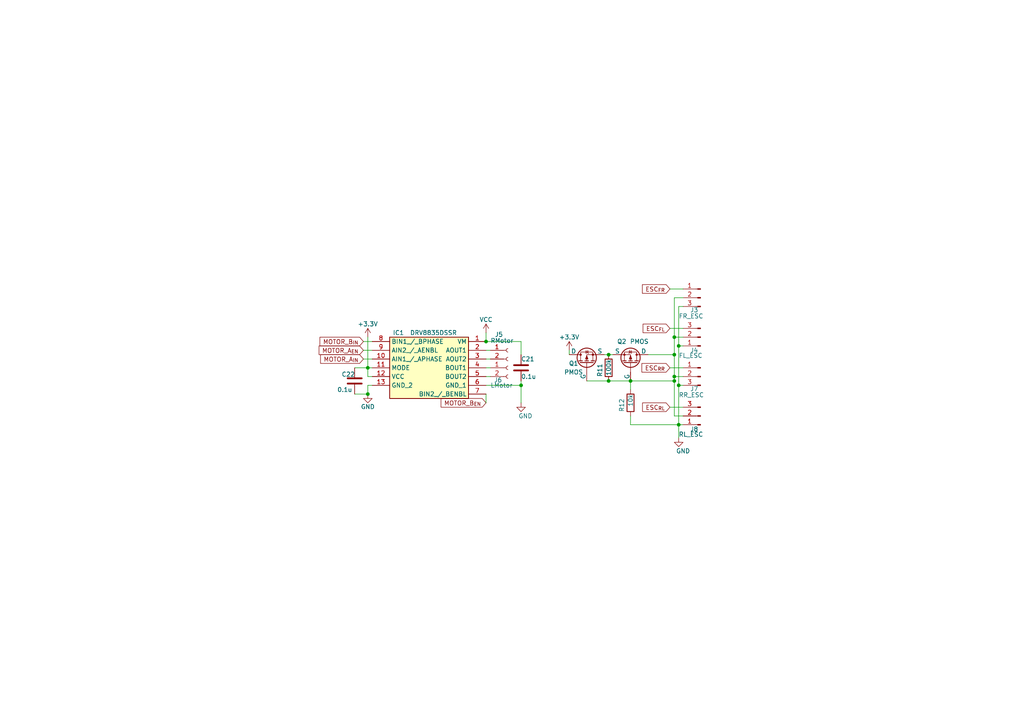
<source format=kicad_sch>
(kicad_sch (version 20230121) (generator eeschema)
  (paper "A4")
  (lib_symbols
    (symbol "Connector:Conn_01x02_Socket" (pin_names (offset 1.016) hide)
      (property "Reference" "J" (at 0 2.54 0))
      (property "Value" "Conn_01x02_Socket" (at 0 -5.08 0))
      (symbol "Conn_01x02_Socket_1_1"
        (arc (start 0 -2.032) (mid -0.5058 -2.54) (end 0 -3.048) (stroke (width 0.1524)))
        (polyline (pts (xy -1.27 -2.54) (xy -0.508 -2.54)) (stroke (width 0.1524)))
        (polyline (pts (xy -1.27 0) (xy -0.508 0)) (stroke (width 0.1524)))
        (arc (start 0 0.508) (mid -0.5058 0) (end 0 -0.508) (stroke (width 0.1524)))
        (pin passive line (at -5.08 0 0) (length 3.81) (name "Pin_1") (number "1"))
        (pin passive line (at -5.08 -2.54 0) (length 3.81) (name "Pin_2") (number "2"))
      )
    )
    (symbol "Connector:Conn_01x03_Pin" (pin_names (offset 1.016) hide)
      (property "Reference" "J" (at 0 5.08 0))
      (property "Value" "Conn_01x03_Pin" (at 0 -5.08 0))
      (symbol "Conn_01x03_Pin_1_1"
        (polyline (pts (xy 1.27 -2.54) (xy 0.8636 -2.54)) (stroke (width 0.1524)))
        (polyline (pts (xy 1.27 0) (xy 0.8636 0)) (stroke (width 0.1524)))
        (polyline (pts (xy 1.27 2.54) (xy 0.8636 2.54)) (stroke (width 0.1524)))
        (rectangle (start 0.8636 -2.413) (end 0 -2.667) (stroke (width 0.1524)) (fill (type outline)))
        (rectangle (start 0.8636 0.127) (end 0 -0.127) (stroke (width 0.1524)) (fill (type outline)))
        (rectangle (start 0.8636 2.667) (end 0 2.413) (stroke (width 0.1524)) (fill (type outline)))
        (pin passive line (at 5.08 2.54 180) (length 3.81) (name "Pin_1") (number "1"))
        (pin passive line (at 5.08 0 180) (length 3.81) (name "Pin_2") (number "2"))
        (pin passive line (at 5.08 -2.54 180) (length 3.81) (name "Pin_3") (number "3"))
      )
    )
    (symbol "DRV8835DSSR:DRV8835DSSR"
      (property "Reference" "IC" (at 11.43 3.81 0))
      (property "Value" "DRV8835DSSR" (at 13.97 2.54 0))
      (symbol "DRV8835DSSR_1_1"
        (rectangle (start 5.08 1.27) (end 27.94 -16.51) (stroke (width 0.254)) (fill (type background)))
        (pin passive line (at 0 0 0) (length 5.08) (name "VM") (number "1"))
        (pin passive line (at 33.02 -5.08 180) (length 5.08) (name "AIN1_/_APHASE") (number "10"))
        (pin passive line (at 33.02 -7.62 180) (length 5.08) (name "MODE") (number "11"))
        (pin passive line (at 33.02 -10.16 180) (length 5.08) (name "VCC") (number "12"))
        (pin passive line (at 33.02 -12.7 180) (length 5.08) (name "GND_2") (number "13"))
        (pin passive line (at 0 -2.54 0) (length 5.08) (name "AOUT1") (number "2"))
        (pin passive line (at 0 -5.08 0) (length 5.08) (name "AOUT2") (number "3"))
        (pin passive line (at 0 -7.62 0) (length 5.08) (name "BOUT1") (number "4"))
        (pin passive line (at 0 -10.16 0) (length 5.08) (name "BOUT2") (number "5"))
        (pin passive line (at 0 -12.7 0) (length 5.08) (name "GND_1") (number "6"))
        (pin passive line (at 0 -15.24 0) (length 5.08) (name "BIN2_/_BENBL") (number "7"))
        (pin passive line (at 33.02 0 180) (length 5.08) (name "BIN1_/_BPHASE") (number "8"))
        (pin passive line (at 33.02 -2.54 180) (length 5.08) (name "AIN2_/_AENBL") (number "9"))
      )
    )
    (symbol "Device:C" (pin_numbers hide) (pin_names (offset 0.254))
      (property "Reference" "C" (at 0.635 2.54 0))
      (property "Value" "C" (at 0.635 -2.54 0))
      (symbol "C_0_1"
        (polyline (pts (xy -2.032 -0.762) (xy 2.032 -0.762)) (stroke (width 0.508)))
        (polyline (pts (xy -2.032 0.762) (xy 2.032 0.762)) (stroke (width 0.508)))
      )
      (symbol "C_1_1"
        (pin passive line (at 0 3.81 270) (length 2.794) (name "~") (number "1"))
        (pin passive line (at 0 -3.81 90) (length 2.794) (name "~") (number "2"))
      )
    )
    (symbol "Device:R" (pin_numbers hide) (pin_names (offset 0))
      (property "Reference" "R" (at 2.032 0 90))
      (property "Value" "R" (at 0 0 90))
      (symbol "R_0_1"
        (rectangle (start -1.016 -2.54) (end 1.016 2.54) (stroke (width 0.254)))
      )
      (symbol "R_1_1"
        (pin passive line (at 0 3.81 270) (length 1.27) (name "~") (number "1"))
        (pin passive line (at 0 -3.81 90) (length 1.27) (name "~") (number "2"))
      )
    )
    (symbol "Simulation_SPICE:PMOS" (pin_numbers hide) (pin_names (offset 0))
      (property "Reference" "Q" (at 5.08 1.27 0))
      (property "Value" "PMOS" (at 5.08 -1.27 0))
      (symbol "PMOS_0_1"
        (polyline (pts (xy 0.254 0) (xy -2.54 0)))
        (polyline (pts (xy 0.254 1.905) (xy 0.254 -1.905)) (stroke (width 0.254)))
        (polyline (pts (xy 0.762 -1.27) (xy 0.762 -2.286)) (stroke (width 0.254)))
        (polyline (pts (xy 0.762 0.508) (xy 0.762 -0.508)) (stroke (width 0.254)))
        (polyline (pts (xy 0.762 2.286) (xy 0.762 1.27)) (stroke (width 0.254)))
        (polyline (pts (xy 2.54 2.54) (xy 2.54 1.778)))
        (polyline (pts (xy 2.54 -2.54) (xy 2.54 0) (xy 0.762 0)))
        (polyline (pts (xy 0.762 1.778) (xy 3.302 1.778) (xy 3.302 -1.778) (xy 0.762 -1.778)))
        (polyline (pts (xy 2.286 0) (xy 1.27 0.381) (xy 1.27 -0.381) (xy 2.286 0)) (fill (type outline)))
        (polyline (pts (xy 2.794 -0.508) (xy 2.921 -0.381) (xy 3.683 -0.381) (xy 3.81 -0.254)))
        (polyline (pts (xy 3.302 -0.381) (xy 2.921 0.254) (xy 3.683 0.254) (xy 3.302 -0.381)))
        (circle (center 1.651 0) (radius 2.794) (stroke (width 0.254)))
        (circle (center 2.54 -1.778) (radius 0.254) (fill (type outline)))
        (circle (center 2.54 1.778) (radius 0.254) (fill (type outline)))
      )
      (symbol "PMOS_1_1"
        (pin passive line (at 2.54 5.08 270) (length 2.54) (name "D") (number "1"))
        (pin input line (at -5.08 0 0) (length 2.54) (name "G") (number "2"))
        (pin passive line (at 2.54 -5.08 90) (length 2.54) (name "S") (number "3"))
      )
    )
    (symbol "power:+3.3V" (power) (pin_names (offset 0))
      (property "Value" "+3.3V" (at 0 3.556 0))
      (symbol "+3.3V_0_1"
        (polyline (pts (xy -0.762 1.27) (xy 0 2.54)))
        (polyline (pts (xy 0 0) (xy 0 2.54)))
        (polyline (pts (xy 0 2.54) (xy 0.762 1.27)))
      )
      (symbol "+3.3V_1_1"
        (pin power_in line (at 0 0 90) (length 0) hide (name "+3.3V") (number "1"))
      )
    )
    (symbol "power:GND" (power) (pin_names (offset 0))
      (property "Value" "GND" (at 0 -3.81 0))
      (symbol "GND_0_1"
        (polyline (pts (xy 0 0) (xy 0 -1.27) (xy 1.27 -1.27) (xy 0 -2.54) (xy -1.27 -1.27) (xy 0 -1.27)))
      )
      (symbol "GND_1_1"
        (pin power_in line (at 0 0 270) (length 0) hide (name "GND") (number "1"))
      )
    )
    (symbol "power:VCC" (power) (pin_names (offset 0))
      (property "Value" "VCC" (at 0 3.81 0))
      (symbol "VCC_0_1"
        (polyline (pts (xy -0.762 1.27) (xy 0 2.54)))
        (polyline (pts (xy 0 0) (xy 0 2.54)))
        (polyline (pts (xy 0 2.54) (xy 0.762 1.27)))
      )
      (symbol "VCC_1_1"
        (pin power_in line (at 0 0 90) (length 0) hide (name "VCC") (number "1"))
      )
    )
  )
  (junction (at 176.53 110.49))
  (junction (at 106.68 106.68))
  (junction (at 195.58 102.87))
  (junction (at 151.13 111.76))
  (junction (at 140.97 99.06))
  (junction (at 195.58 109.22))
  (junction (at 196.85 100.33))
  (junction (at 106.68 114.3))
  (junction (at 176.53 102.87))
  (junction (at 196.85 111.76))
  (junction (at 196.85 123.19))
  (junction (at 195.58 97.79))
  (junction (at 195.58 110.49))
  (junction (at 182.88 110.49))
  (wire (pts (xy 106.68 111.76) (xy 106.68 114.3)))
  (wire (pts (xy 182.88 110.49) (xy 182.88 113.03)))
  (wire (pts (xy 105.41 104.14) (xy 107.95 104.14)))
  (wire (pts (xy 194.31 95.25) (xy 198.12 95.25)))
  (wire (pts (xy 196.85 111.76) (xy 196.85 100.33)))
  (wire (pts (xy 198.12 109.22) (xy 195.58 109.22)))
  (wire (pts (xy 140.97 96.52) (xy 140.97 99.06)))
  (wire (pts (xy 198.12 120.65) (xy 195.58 120.65)))
  (wire (pts (xy 176.53 102.87) (xy 177.8 102.87)))
  (wire (pts (xy 106.68 109.22) (xy 107.95 109.22)))
  (wire (pts (xy 151.13 99.06) (xy 140.97 99.06)))
  (wire (pts (xy 195.58 102.87) (xy 195.58 109.22)))
  (wire (pts (xy 151.13 102.87) (xy 151.13 99.06)))
  (wire (pts (xy 195.58 86.36) (xy 198.12 86.36)))
  (wire (pts (xy 105.41 101.6) (xy 107.95 101.6)))
  (wire (pts (xy 151.13 111.76) (xy 151.13 116.84)))
  (wire (pts (xy 196.85 127) (xy 196.85 123.19)))
  (wire (pts (xy 102.87 106.68) (xy 106.68 106.68)))
  (wire (pts (xy 195.58 120.65) (xy 195.58 110.49)))
  (wire (pts (xy 182.88 120.65) (xy 182.88 123.19)))
  (wire (pts (xy 140.97 101.6) (xy 142.24 101.6)))
  (wire (pts (xy 170.18 110.49) (xy 176.53 110.49)))
  (wire (pts (xy 140.97 109.22) (xy 142.24 109.22)))
  (wire (pts (xy 105.41 99.06) (xy 107.95 99.06)))
  (wire (pts (xy 176.53 110.49) (xy 182.88 110.49)))
  (wire (pts (xy 194.31 106.68) (xy 198.12 106.68)))
  (wire (pts (xy 182.88 110.49) (xy 195.58 110.49)))
  (wire (pts (xy 196.85 88.9) (xy 198.12 88.9)))
  (wire (pts (xy 196.85 111.76) (xy 198.12 111.76)))
  (wire (pts (xy 106.68 97.79) (xy 106.68 106.68)))
  (wire (pts (xy 151.13 110.49) (xy 151.13 111.76)))
  (wire (pts (xy 140.97 114.3) (xy 140.97 116.84)))
  (wire (pts (xy 106.68 106.68) (xy 106.68 109.22)))
  (wire (pts (xy 187.96 102.87) (xy 195.58 102.87)))
  (wire (pts (xy 182.88 123.19) (xy 196.85 123.19)))
  (wire (pts (xy 165.1 101.6) (xy 165.1 102.87)))
  (wire (pts (xy 106.68 106.68) (xy 107.95 106.68)))
  (wire (pts (xy 175.26 102.87) (xy 176.53 102.87)))
  (wire (pts (xy 102.87 114.3) (xy 106.68 114.3)))
  (wire (pts (xy 194.31 83.82) (xy 198.12 83.82)))
  (wire (pts (xy 195.58 110.49) (xy 195.58 109.22)))
  (wire (pts (xy 196.85 100.33) (xy 196.85 88.9)))
  (wire (pts (xy 195.58 97.79) (xy 195.58 86.36)))
  (wire (pts (xy 196.85 123.19) (xy 196.85 111.76)))
  (wire (pts (xy 194.31 118.11) (xy 198.12 118.11)))
  (wire (pts (xy 195.58 97.79) (xy 195.58 102.87)))
  (wire (pts (xy 140.97 106.68) (xy 142.24 106.68)))
  (wire (pts (xy 140.97 104.14) (xy 142.24 104.14)))
  (wire (pts (xy 106.68 111.76) (xy 107.95 111.76)))
  (wire (pts (xy 140.97 111.76) (xy 151.13 111.76)))
  (wire (pts (xy 198.12 123.19) (xy 196.85 123.19)))
  (wire (pts (xy 198.12 97.79) (xy 195.58 97.79)))
  (wire (pts (xy 196.85 100.33) (xy 198.12 100.33)))
  (global_label "ESC_{RR}" (shape input) (at 194.31 106.68 180) (property "Intersheetrefs" "${INTERSHEET_REFS}" (effects hide)))
  (global_label "MOTOR_B_{IN}" (shape input) (at 105.41 99.06 180) (property "Intersheetrefs" "${INTERSHEET_REFS}" (effects hide)))
  (global_label "ESC_{RL}" (shape input) (at 194.31 118.11 180) (property "Intersheetrefs" "${INTERSHEET_REFS}" (effects hide)))
  (global_label "ESC_{FL}" (shape input) (at 194.31 95.25 180) (property "Intersheetrefs" "${INTERSHEET_REFS}" (effects hide)))
  (global_label "ESC_{FR}" (shape input) (at 194.31 83.82 180) (property "Intersheetrefs" "${INTERSHEET_REFS}" (effects hide)))
  (global_label "MOTOR_A_{EN}" (shape input) (at 105.41 101.6 180) (property "Intersheetrefs" "${INTERSHEET_REFS}" (effects hide)))
  (global_label "MOTOR_A_{IN}" (shape input) (at 105.41 104.14 180) (property "Intersheetrefs" "${INTERSHEET_REFS}" (effects hide)))
  (global_label "MOTOR_B_{EN}" (shape input) (at 140.97 116.84 180) (property "Intersheetrefs" "${INTERSHEET_REFS}" (effects hide)))
  (symbol (lib_id "power:VCC") (at 140.97 96.52 0) (unit 1)
    (property "Reference" "#PWR024" (effects hide))
    (property "Value" "VCC" (at 140.97 92.71 0))
  )
  (symbol (lib_id "Device:R") (at 182.88 116.84 180) (unit 1)
    (property "Reference" "R12" (at 180.34 115.57 90) (effects (justify left)))
    (property "Value" "10k" (at 182.88 114.3 90) (effects (justify left)))
    (property "Footprint" "Resistor_SMD:R_0603_1608Metric" (effects hide))
    (property "Datasheet" "https://www.koaspeer.com/pdfs/RN73H.pdf" (effects hide))
    (property "Manufacturer_Name" "KOA Speer" (effects hide))
    (property "Manufacturer_Part_Number" "RN73H1JTTD5102F100" (effects hide))
    (property "Mouser Part Number" "660-RN73H1JT5102F100" (effects hide))
    (property "Mouser Price/Stock" "https://www.mouser.jp/ProductDetail/660-RN73H1JT5102F100" (effects hide))
  )
  (symbol (lib_id "power:GND") (at 151.13 116.84 0) (unit 1)
    (property "Reference" "#PWR028" (effects hide))
    (property "Value" "GND" (at 152.4 120.65 0))
  )
  (symbol (lib_id "power:GND") (at 106.68 114.3 0) (unit 1)
    (property "Reference" "#PWR027" (effects hide))
    (property "Value" "GND" (at 106.68 117.983 0))
  )
  (symbol (lib_id "DRV8835DSSR:DRV8835DSSR") (at 140.97 99.06 0) (mirror y) (unit 1)
    (property "Reference" "IC1" (at 115.57 96.52 0))
    (property "Value" "DRV8835DSSR" (at 125.73 96.52 0))
    (property "Footprint" "DRV8835:DRV8835DSSR" (effects hide))
    (property "Datasheet" "http://www.ti.com/general/docs/suppproductinfo.tsp?distId=26&gotoUrl=http%3A%2F%2Fwww.ti.com%2Flit%2Fgpn%2Fdrv8835" (effects hide))
    (property "Mouser Part Number" "595-DRV8835DSSR" (effects hide))
    (property "Mouser Price/Stock" "https://www.mouser.co.uk/ProductDetail/Texas-Instruments/DRV8835DSSR?qs=UFc95S4Z4CYjBOyEmbTDlA%3D%3D" (effects hide))
    (property "Manufacturer_Name" "Texas Instruments" (effects hide))
    (property "Manufacturer_Part_Number" "DRV8835DSSR" (effects hide))
  )
  (symbol (lib_id "power:+3.3V") (at 106.68 97.79 0) (unit 1)
    (property "Reference" "#PWR025" (effects hide))
    (property "Value" "+3.3V" (at 106.68 93.98 0))
  )
  (symbol (lib_id "Simulation_SPICE:PMOS") (at 170.18 105.41 90) (unit 1)
    (property "Reference" "Q1" (at 166.37 105.41 90))
    (property "Value" "PMOS" (at 166.37 107.95 90))
    (property "Footprint" "Package_TO_SOT_SMD:SOT-223" (effects hide))
    (property "Datasheet" "https://ngspice.sourceforge.io/docs/ngspice-html-manual/manual.xhtml#cha_MOSFETs" (effects hide))
    (property "Sim.Device" "PMOS" (effects hide))
    (property "Sim.Type" "VDMOS" (effects hide))
    (property "Sim.Pins" "1=D 2=G 3=S" (effects hide))
  )
  (symbol (lib_id "Device:C") (at 151.13 106.68 0) (unit 1)
    (property "Reference" "C21" (at 151.13 104.14 0) (effects (justify left)))
    (property "Value" "0.1u" (at 151.13 109.22 0) (effects (justify left)))
    (property "Footprint" "Capacitor_SMD:C_0603_1608Metric" (effects hide))
    (property "Datasheet" "https://www.mouser.jp/datasheet/2/281/1/GCM188R71C104KA37_01A-3144197.pdf" (effects hide))
    (property "Manufacturer_Name" "Murata Electronics" (effects hide))
    (property "Manufacturer_Part_Number" "GCM188R71C104KA37J" (effects hide))
    (property "Mouser Part Number" "81-GCM188R71C104KA7J" (effects hide))
    (property "Mouser Price/Stock" "https://www.mouser.jp/ProductDetail/81-GCM188R71C104KA7J" (effects hide))
  )
  (symbol (lib_id "Simulation_SPICE:PMOS") (at 182.88 105.41 270) (mirror x) (unit 1)
    (property "Reference" "Q2" (at 180.34 99.06 90))
    (property "Value" "PMOS" (at 185.42 99.06 90))
    (property "Footprint" "Package_TO_SOT_SMD:SOT-223" (effects hide))
    (property "Datasheet" "https://ngspice.sourceforge.io/docs/ngspice-html-manual/manual.xhtml#cha_MOSFETs" (effects hide))
    (property "Sim.Device" "PMOS" (effects hide))
    (property "Sim.Type" "VDMOS" (effects hide))
    (property "Sim.Pins" "1=D 2=G 3=S" (effects hide))
  )
  (symbol (lib_id "Device:C") (at 102.87 110.49 0) (unit 1)
    (property "Reference" "C22" (at 99.06 108.585 0) (effects (justify left)))
    (property "Value" "0.1u" (at 97.79 113.03 0) (effects (justify left)))
    (property "Footprint" "Capacitor_SMD:C_0603_1608Metric" (effects hide))
    (property "Datasheet" "https://www.mouser.jp/datasheet/2/281/1/GCM188R71C104KA37_01A-3144197.pdf" (effects hide))
    (property "Manufacturer_Name" "Murata Electronics" (effects hide))
    (property "Manufacturer_Part_Number" "GCM188R71C104KA37J" (effects hide))
    (property "Mouser Part Number" "81-GCM188R71C104KA7J" (effects hide))
    (property "Mouser Price/Stock" "https://www.mouser.jp/ProductDetail/81-GCM188R71C104KA7J" (effects hide))
  )
  (symbol (lib_id "Device:R") (at 176.53 106.68 180) (unit 1)
    (property "Reference" "R11" (at 173.99 105.41 90) (effects (justify left)))
    (property "Value" "100k" (at 176.53 104.14 90) (effects (justify left)))
    (property "Footprint" "Resistor_SMD:R_0603_1608Metric" (effects hide))
    (property "Datasheet" "https://www.koaspeer.com/pdfs/RN73H.pdf" (effects hide))
    (property "Manufacturer_Name" "KOA Speer" (effects hide))
    (property "Manufacturer_Part_Number" "RN73H1JTTD5102F100" (effects hide))
    (property "Mouser Part Number" "660-RN73H1JT5102F100" (effects hide))
    (property "Mouser Price/Stock" "https://www.mouser.jp/ProductDetail/660-RN73H1JT5102F100" (effects hide))
  )
  (symbol (lib_id "Connector:Conn_01x03_Pin") (at 203.2 97.79 180) (unit 1)
    (property "Reference" "J4" (at 200.152 101.6 0) (effects (justify right)))
    (property "Value" "FL_ESC" (at 196.85 103.124 0) (effects (justify right)))
    (property "Footprint" "Connector_PinHeader_2.54mm:PinHeader_1x03_P2.54mm_Horizontal" (effects hide))
  )
  (symbol (lib_id "power:GND") (at 196.85 127 0) (unit 1)
    (property "Reference" "#PWR029" (effects hide))
    (property "Value" "GND" (at 198.12 130.81 0))
  )
  (symbol (lib_id "Connector:Conn_01x02_Socket") (at 147.32 106.68 0) (unit 1)
    (property "Reference" "J6" (at 143.256 110.236 0) (effects (justify left)))
    (property "Value" "LMotor" (at 142.24 111.76 0) (effects (justify left)))
    (property "Footprint" "Connector_PinSocket_2.54mm:PinSocket_1x02_P2.54mm_Vertical" (effects hide))
  )
  (symbol (lib_id "Connector:Conn_01x02_Socket") (at 147.32 101.6 0) (unit 1)
    (property "Reference" "J5" (at 143.51 97.028 0) (effects (justify left)))
    (property "Value" "RMotor" (at 142.24 98.806 0) (effects (justify left)))
    (property "Footprint" "Connector_PinSocket_2.54mm:PinSocket_1x02_P2.54mm_Vertical" (effects hide))
  )
  (symbol (lib_id "power:+3.3V") (at 165.1 101.6 0) (unit 1)
    (property "Reference" "#PWR026" (effects hide))
    (property "Value" "+3.3V" (at 165.1 97.79 0))
  )
  (symbol (lib_id "Connector:Conn_01x03_Pin") (at 203.2 120.65 180) (unit 1)
    (property "Reference" "J8" (at 200.152 124.46 0) (effects (justify right)))
    (property "Value" "RL_ESC" (at 196.85 125.984 0) (effects (justify right)))
    (property "Footprint" "Connector_PinHeader_2.54mm:PinHeader_1x03_P2.54mm_Horizontal" (effects hide))
  )
  (symbol (lib_id "Connector:Conn_01x03_Pin") (at 203.2 109.22 0) (mirror y) (unit 1)
    (property "Reference" "J7" (at 200.152 112.776 0) (effects (justify right)))
    (property "Value" "RR_ESC" (at 196.85 114.554 0) (effects (justify right)))
    (property "Footprint" "Connector_PinHeader_2.54mm:PinHeader_1x03_P2.54mm_Horizontal" (effects hide))
  )
  (symbol (lib_id "Connector:Conn_01x03_Pin") (at 203.2 86.36 0) (mirror y) (unit 1)
    (property "Reference" "J3" (at 200.152 89.916 0) (effects (justify right)))
    (property "Value" "FR_ESC" (at 196.85 91.694 0) (effects (justify right)))
    (property "Footprint" "Connector_PinHeader_2.54mm:PinHeader_1x03_P2.54mm_Horizontal" (effects hide))
  )
)
</source>
